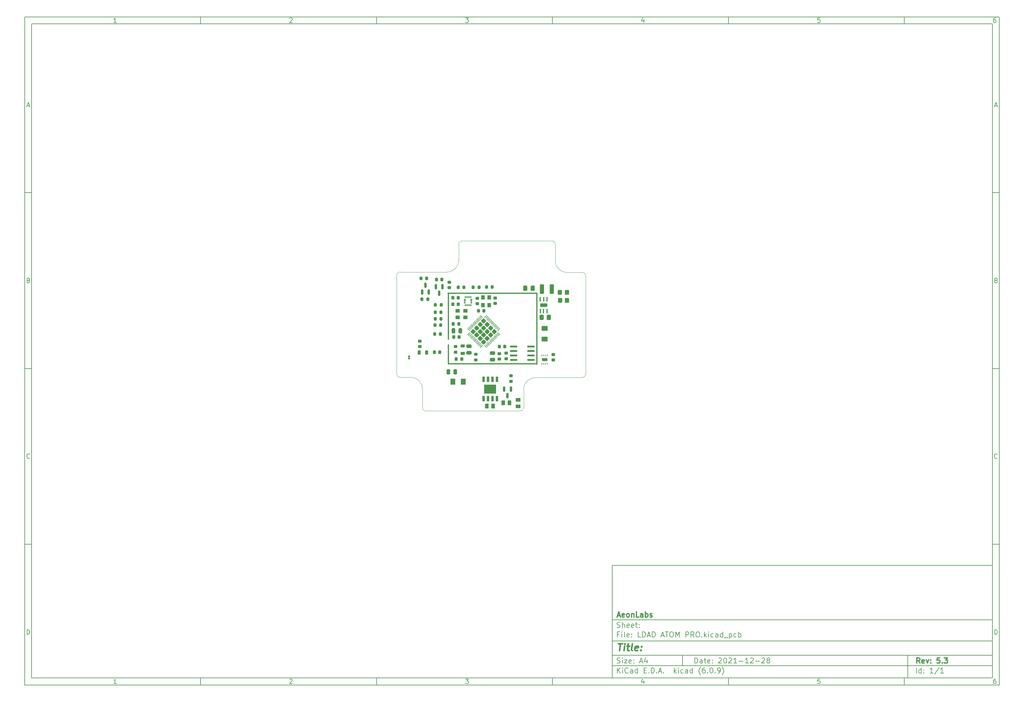
<source format=gbr>
G04 #@! TF.GenerationSoftware,KiCad,Pcbnew,(6.0.9)*
G04 #@! TF.CreationDate,2022-11-30T10:01:03+01:00*
G04 #@! TF.ProjectId,LDAD ATOM PRO,4c444144-2041-4544-9f4d-2050524f2e6b,5.3*
G04 #@! TF.SameCoordinates,Original*
G04 #@! TF.FileFunction,Paste,Top*
G04 #@! TF.FilePolarity,Positive*
%FSLAX46Y46*%
G04 Gerber Fmt 4.6, Leading zero omitted, Abs format (unit mm)*
G04 Created by KiCad (PCBNEW (6.0.9)) date 2022-11-30 10:01:03*
%MOMM*%
%LPD*%
G01*
G04 APERTURE LIST*
G04 Aperture macros list*
%AMRoundRect*
0 Rectangle with rounded corners*
0 $1 Rounding radius*
0 $2 $3 $4 $5 $6 $7 $8 $9 X,Y pos of 4 corners*
0 Add a 4 corners polygon primitive as box body*
4,1,4,$2,$3,$4,$5,$6,$7,$8,$9,$2,$3,0*
0 Add four circle primitives for the rounded corners*
1,1,$1+$1,$2,$3*
1,1,$1+$1,$4,$5*
1,1,$1+$1,$6,$7*
1,1,$1+$1,$8,$9*
0 Add four rect primitives between the rounded corners*
20,1,$1+$1,$2,$3,$4,$5,0*
20,1,$1+$1,$4,$5,$6,$7,0*
20,1,$1+$1,$6,$7,$8,$9,0*
20,1,$1+$1,$8,$9,$2,$3,0*%
%AMFreePoly0*
4,1,6,0.450000,-0.800000,-0.450000,-0.800000,-0.450000,0.530000,-0.180000,0.800000,0.450000,0.800000,0.450000,-0.800000,0.450000,-0.800000,$1*%
G04 Aperture macros list end*
%ADD10C,0.100000*%
%ADD11C,0.150000*%
%ADD12C,0.300000*%
%ADD13C,0.400000*%
G04 #@! TA.AperFunction,Profile*
%ADD14C,0.120000*%
G04 #@! TD*
%ADD15RoundRect,0.225000X-0.250000X0.225000X-0.250000X-0.225000X0.250000X-0.225000X0.250000X0.225000X0*%
%ADD16RoundRect,0.250000X-0.262500X-0.450000X0.262500X-0.450000X0.262500X0.450000X-0.262500X0.450000X0*%
%ADD17RoundRect,0.250000X0.475000X-0.250000X0.475000X0.250000X-0.475000X0.250000X-0.475000X-0.250000X0*%
%ADD18RoundRect,0.250000X0.350000X0.450000X-0.350000X0.450000X-0.350000X-0.450000X0.350000X-0.450000X0*%
%ADD19RoundRect,0.200000X-0.200000X-0.275000X0.200000X-0.275000X0.200000X0.275000X-0.200000X0.275000X0*%
%ADD20R,1.300000X1.000000*%
%ADD21RoundRect,0.225000X0.225000X0.250000X-0.225000X0.250000X-0.225000X-0.250000X0.225000X-0.250000X0*%
%ADD22RoundRect,0.250000X0.000000X-0.445477X0.445477X0.000000X0.000000X0.445477X-0.445477X0.000000X0*%
%ADD23RoundRect,0.050000X-0.238649X-0.309359X0.309359X0.238649X0.238649X0.309359X-0.309359X-0.238649X0*%
%ADD24RoundRect,0.050000X0.238649X-0.309359X0.309359X-0.238649X-0.238649X0.309359X-0.309359X0.238649X0*%
%ADD25RoundRect,0.250001X-0.624999X0.462499X-0.624999X-0.462499X0.624999X-0.462499X0.624999X0.462499X0*%
%ADD26RoundRect,0.200000X0.275000X-0.200000X0.275000X0.200000X-0.275000X0.200000X-0.275000X-0.200000X0*%
%ADD27RoundRect,0.200000X0.200000X0.275000X-0.200000X0.275000X-0.200000X-0.275000X0.200000X-0.275000X0*%
%ADD28RoundRect,0.225000X-0.225000X-0.250000X0.225000X-0.250000X0.225000X0.250000X-0.225000X0.250000X0*%
%ADD29RoundRect,0.225000X0.250000X-0.225000X0.250000X0.225000X-0.250000X0.225000X-0.250000X-0.225000X0*%
%ADD30FreePoly0,90.000000*%
%ADD31R,0.250000X0.550000*%
%ADD32RoundRect,0.250000X-0.450000X0.262500X-0.450000X-0.262500X0.450000X-0.262500X0.450000X0.262500X0*%
%ADD33RoundRect,0.250000X0.337500X0.475000X-0.337500X0.475000X-0.337500X-0.475000X0.337500X-0.475000X0*%
%ADD34RoundRect,0.250000X0.250000X0.475000X-0.250000X0.475000X-0.250000X-0.475000X0.250000X-0.475000X0*%
%ADD35RoundRect,0.250000X-0.375000X-1.075000X0.375000X-1.075000X0.375000X1.075000X-0.375000X1.075000X0*%
%ADD36RoundRect,0.150000X-0.150000X0.587500X-0.150000X-0.587500X0.150000X-0.587500X0.150000X0.587500X0*%
%ADD37RoundRect,0.150000X0.150000X-0.587500X0.150000X0.587500X-0.150000X0.587500X-0.150000X-0.587500X0*%
%ADD38RoundRect,0.218750X0.381250X-0.218750X0.381250X0.218750X-0.381250X0.218750X-0.381250X-0.218750X0*%
%ADD39R,25.500000X0.400000*%
%ADD40RoundRect,0.250000X-0.250000X-0.475000X0.250000X-0.475000X0.250000X0.475000X-0.250000X0.475000X0*%
%ADD41R,0.400000X20.500000*%
%ADD42RoundRect,0.100000X-0.100000X-0.550000X0.100000X-0.550000X0.100000X0.550000X-0.100000X0.550000X0*%
%ADD43RoundRect,0.262500X0.737500X0.262500X-0.737500X0.262500X-0.737500X-0.262500X0.737500X-0.262500X0*%
%ADD44RoundRect,0.100000X0.100000X0.550000X-0.100000X0.550000X-0.100000X-0.550000X0.100000X-0.550000X0*%
%ADD45R,0.700000X1.525000*%
%ADD46R,3.402000X2.513000*%
%ADD47RoundRect,0.218750X-0.218750X-0.381250X0.218750X-0.381250X0.218750X0.381250X-0.218750X0.381250X0*%
%ADD48RoundRect,0.250000X-0.350000X-0.450000X0.350000X-0.450000X0.350000X0.450000X-0.350000X0.450000X0*%
%ADD49R,0.400000X5.700000*%
%ADD50R,0.500000X0.500000*%
%ADD51RoundRect,0.200000X-0.275000X0.200000X-0.275000X-0.200000X0.275000X-0.200000X0.275000X0.200000X0*%
%ADD52R,25.400000X0.400000*%
%ADD53RoundRect,0.250001X0.462499X0.624999X-0.462499X0.624999X-0.462499X-0.624999X0.462499X-0.624999X0*%
%ADD54R,0.400000X13.300000*%
%ADD55RoundRect,0.041300X0.948700X0.253700X-0.948700X0.253700X-0.948700X-0.253700X0.948700X-0.253700X0*%
%ADD56R,0.350000X0.580000*%
%ADD57R,0.580000X0.350000*%
%ADD58R,1.000000X1.300000*%
%ADD59RoundRect,0.250000X0.262500X0.450000X-0.262500X0.450000X-0.262500X-0.450000X0.262500X-0.450000X0*%
G04 APERTURE END LIST*
D10*
D11*
X177002200Y-166007200D02*
X177002200Y-198007200D01*
X285002200Y-198007200D01*
X285002200Y-166007200D01*
X177002200Y-166007200D01*
D10*
D11*
X10000000Y-10000000D02*
X10000000Y-200007200D01*
X287002200Y-200007200D01*
X287002200Y-10000000D01*
X10000000Y-10000000D01*
D10*
D11*
X12000000Y-12000000D02*
X12000000Y-198007200D01*
X285002200Y-198007200D01*
X285002200Y-12000000D01*
X12000000Y-12000000D01*
D10*
D11*
X60000000Y-12000000D02*
X60000000Y-10000000D01*
D10*
D11*
X110000000Y-12000000D02*
X110000000Y-10000000D01*
D10*
D11*
X160000000Y-12000000D02*
X160000000Y-10000000D01*
D10*
D11*
X210000000Y-12000000D02*
X210000000Y-10000000D01*
D10*
D11*
X260000000Y-12000000D02*
X260000000Y-10000000D01*
D10*
D11*
X36065476Y-11588095D02*
X35322619Y-11588095D01*
X35694047Y-11588095D02*
X35694047Y-10288095D01*
X35570238Y-10473809D01*
X35446428Y-10597619D01*
X35322619Y-10659523D01*
D10*
D11*
X85322619Y-10411904D02*
X85384523Y-10350000D01*
X85508333Y-10288095D01*
X85817857Y-10288095D01*
X85941666Y-10350000D01*
X86003571Y-10411904D01*
X86065476Y-10535714D01*
X86065476Y-10659523D01*
X86003571Y-10845238D01*
X85260714Y-11588095D01*
X86065476Y-11588095D01*
D10*
D11*
X135260714Y-10288095D02*
X136065476Y-10288095D01*
X135632142Y-10783333D01*
X135817857Y-10783333D01*
X135941666Y-10845238D01*
X136003571Y-10907142D01*
X136065476Y-11030952D01*
X136065476Y-11340476D01*
X136003571Y-11464285D01*
X135941666Y-11526190D01*
X135817857Y-11588095D01*
X135446428Y-11588095D01*
X135322619Y-11526190D01*
X135260714Y-11464285D01*
D10*
D11*
X185941666Y-10721428D02*
X185941666Y-11588095D01*
X185632142Y-10226190D02*
X185322619Y-11154761D01*
X186127380Y-11154761D01*
D10*
D11*
X236003571Y-10288095D02*
X235384523Y-10288095D01*
X235322619Y-10907142D01*
X235384523Y-10845238D01*
X235508333Y-10783333D01*
X235817857Y-10783333D01*
X235941666Y-10845238D01*
X236003571Y-10907142D01*
X236065476Y-11030952D01*
X236065476Y-11340476D01*
X236003571Y-11464285D01*
X235941666Y-11526190D01*
X235817857Y-11588095D01*
X235508333Y-11588095D01*
X235384523Y-11526190D01*
X235322619Y-11464285D01*
D10*
D11*
X285941666Y-10288095D02*
X285694047Y-10288095D01*
X285570238Y-10350000D01*
X285508333Y-10411904D01*
X285384523Y-10597619D01*
X285322619Y-10845238D01*
X285322619Y-11340476D01*
X285384523Y-11464285D01*
X285446428Y-11526190D01*
X285570238Y-11588095D01*
X285817857Y-11588095D01*
X285941666Y-11526190D01*
X286003571Y-11464285D01*
X286065476Y-11340476D01*
X286065476Y-11030952D01*
X286003571Y-10907142D01*
X285941666Y-10845238D01*
X285817857Y-10783333D01*
X285570238Y-10783333D01*
X285446428Y-10845238D01*
X285384523Y-10907142D01*
X285322619Y-11030952D01*
D10*
D11*
X60000000Y-198007200D02*
X60000000Y-200007200D01*
D10*
D11*
X110000000Y-198007200D02*
X110000000Y-200007200D01*
D10*
D11*
X160000000Y-198007200D02*
X160000000Y-200007200D01*
D10*
D11*
X210000000Y-198007200D02*
X210000000Y-200007200D01*
D10*
D11*
X260000000Y-198007200D02*
X260000000Y-200007200D01*
D10*
D11*
X36065476Y-199595295D02*
X35322619Y-199595295D01*
X35694047Y-199595295D02*
X35694047Y-198295295D01*
X35570238Y-198481009D01*
X35446428Y-198604819D01*
X35322619Y-198666723D01*
D10*
D11*
X85322619Y-198419104D02*
X85384523Y-198357200D01*
X85508333Y-198295295D01*
X85817857Y-198295295D01*
X85941666Y-198357200D01*
X86003571Y-198419104D01*
X86065476Y-198542914D01*
X86065476Y-198666723D01*
X86003571Y-198852438D01*
X85260714Y-199595295D01*
X86065476Y-199595295D01*
D10*
D11*
X135260714Y-198295295D02*
X136065476Y-198295295D01*
X135632142Y-198790533D01*
X135817857Y-198790533D01*
X135941666Y-198852438D01*
X136003571Y-198914342D01*
X136065476Y-199038152D01*
X136065476Y-199347676D01*
X136003571Y-199471485D01*
X135941666Y-199533390D01*
X135817857Y-199595295D01*
X135446428Y-199595295D01*
X135322619Y-199533390D01*
X135260714Y-199471485D01*
D10*
D11*
X185941666Y-198728628D02*
X185941666Y-199595295D01*
X185632142Y-198233390D02*
X185322619Y-199161961D01*
X186127380Y-199161961D01*
D10*
D11*
X236003571Y-198295295D02*
X235384523Y-198295295D01*
X235322619Y-198914342D01*
X235384523Y-198852438D01*
X235508333Y-198790533D01*
X235817857Y-198790533D01*
X235941666Y-198852438D01*
X236003571Y-198914342D01*
X236065476Y-199038152D01*
X236065476Y-199347676D01*
X236003571Y-199471485D01*
X235941666Y-199533390D01*
X235817857Y-199595295D01*
X235508333Y-199595295D01*
X235384523Y-199533390D01*
X235322619Y-199471485D01*
D10*
D11*
X285941666Y-198295295D02*
X285694047Y-198295295D01*
X285570238Y-198357200D01*
X285508333Y-198419104D01*
X285384523Y-198604819D01*
X285322619Y-198852438D01*
X285322619Y-199347676D01*
X285384523Y-199471485D01*
X285446428Y-199533390D01*
X285570238Y-199595295D01*
X285817857Y-199595295D01*
X285941666Y-199533390D01*
X286003571Y-199471485D01*
X286065476Y-199347676D01*
X286065476Y-199038152D01*
X286003571Y-198914342D01*
X285941666Y-198852438D01*
X285817857Y-198790533D01*
X285570238Y-198790533D01*
X285446428Y-198852438D01*
X285384523Y-198914342D01*
X285322619Y-199038152D01*
D10*
D11*
X10000000Y-60000000D02*
X12000000Y-60000000D01*
D10*
D11*
X10000000Y-110000000D02*
X12000000Y-110000000D01*
D10*
D11*
X10000000Y-160000000D02*
X12000000Y-160000000D01*
D10*
D11*
X10690476Y-35216666D02*
X11309523Y-35216666D01*
X10566666Y-35588095D02*
X11000000Y-34288095D01*
X11433333Y-35588095D01*
D10*
D11*
X11092857Y-84907142D02*
X11278571Y-84969047D01*
X11340476Y-85030952D01*
X11402380Y-85154761D01*
X11402380Y-85340476D01*
X11340476Y-85464285D01*
X11278571Y-85526190D01*
X11154761Y-85588095D01*
X10659523Y-85588095D01*
X10659523Y-84288095D01*
X11092857Y-84288095D01*
X11216666Y-84350000D01*
X11278571Y-84411904D01*
X11340476Y-84535714D01*
X11340476Y-84659523D01*
X11278571Y-84783333D01*
X11216666Y-84845238D01*
X11092857Y-84907142D01*
X10659523Y-84907142D01*
D10*
D11*
X11402380Y-135464285D02*
X11340476Y-135526190D01*
X11154761Y-135588095D01*
X11030952Y-135588095D01*
X10845238Y-135526190D01*
X10721428Y-135402380D01*
X10659523Y-135278571D01*
X10597619Y-135030952D01*
X10597619Y-134845238D01*
X10659523Y-134597619D01*
X10721428Y-134473809D01*
X10845238Y-134350000D01*
X11030952Y-134288095D01*
X11154761Y-134288095D01*
X11340476Y-134350000D01*
X11402380Y-134411904D01*
D10*
D11*
X10659523Y-185588095D02*
X10659523Y-184288095D01*
X10969047Y-184288095D01*
X11154761Y-184350000D01*
X11278571Y-184473809D01*
X11340476Y-184597619D01*
X11402380Y-184845238D01*
X11402380Y-185030952D01*
X11340476Y-185278571D01*
X11278571Y-185402380D01*
X11154761Y-185526190D01*
X10969047Y-185588095D01*
X10659523Y-185588095D01*
D10*
D11*
X287002200Y-60000000D02*
X285002200Y-60000000D01*
D10*
D11*
X287002200Y-110000000D02*
X285002200Y-110000000D01*
D10*
D11*
X287002200Y-160000000D02*
X285002200Y-160000000D01*
D10*
D11*
X285692676Y-35216666D02*
X286311723Y-35216666D01*
X285568866Y-35588095D02*
X286002200Y-34288095D01*
X286435533Y-35588095D01*
D10*
D11*
X286095057Y-84907142D02*
X286280771Y-84969047D01*
X286342676Y-85030952D01*
X286404580Y-85154761D01*
X286404580Y-85340476D01*
X286342676Y-85464285D01*
X286280771Y-85526190D01*
X286156961Y-85588095D01*
X285661723Y-85588095D01*
X285661723Y-84288095D01*
X286095057Y-84288095D01*
X286218866Y-84350000D01*
X286280771Y-84411904D01*
X286342676Y-84535714D01*
X286342676Y-84659523D01*
X286280771Y-84783333D01*
X286218866Y-84845238D01*
X286095057Y-84907142D01*
X285661723Y-84907142D01*
D10*
D11*
X286404580Y-135464285D02*
X286342676Y-135526190D01*
X286156961Y-135588095D01*
X286033152Y-135588095D01*
X285847438Y-135526190D01*
X285723628Y-135402380D01*
X285661723Y-135278571D01*
X285599819Y-135030952D01*
X285599819Y-134845238D01*
X285661723Y-134597619D01*
X285723628Y-134473809D01*
X285847438Y-134350000D01*
X286033152Y-134288095D01*
X286156961Y-134288095D01*
X286342676Y-134350000D01*
X286404580Y-134411904D01*
D10*
D11*
X285661723Y-185588095D02*
X285661723Y-184288095D01*
X285971247Y-184288095D01*
X286156961Y-184350000D01*
X286280771Y-184473809D01*
X286342676Y-184597619D01*
X286404580Y-184845238D01*
X286404580Y-185030952D01*
X286342676Y-185278571D01*
X286280771Y-185402380D01*
X286156961Y-185526190D01*
X285971247Y-185588095D01*
X285661723Y-185588095D01*
D10*
D11*
X200434342Y-193785771D02*
X200434342Y-192285771D01*
X200791485Y-192285771D01*
X201005771Y-192357200D01*
X201148628Y-192500057D01*
X201220057Y-192642914D01*
X201291485Y-192928628D01*
X201291485Y-193142914D01*
X201220057Y-193428628D01*
X201148628Y-193571485D01*
X201005771Y-193714342D01*
X200791485Y-193785771D01*
X200434342Y-193785771D01*
X202577200Y-193785771D02*
X202577200Y-193000057D01*
X202505771Y-192857200D01*
X202362914Y-192785771D01*
X202077200Y-192785771D01*
X201934342Y-192857200D01*
X202577200Y-193714342D02*
X202434342Y-193785771D01*
X202077200Y-193785771D01*
X201934342Y-193714342D01*
X201862914Y-193571485D01*
X201862914Y-193428628D01*
X201934342Y-193285771D01*
X202077200Y-193214342D01*
X202434342Y-193214342D01*
X202577200Y-193142914D01*
X203077200Y-192785771D02*
X203648628Y-192785771D01*
X203291485Y-192285771D02*
X203291485Y-193571485D01*
X203362914Y-193714342D01*
X203505771Y-193785771D01*
X203648628Y-193785771D01*
X204720057Y-193714342D02*
X204577200Y-193785771D01*
X204291485Y-193785771D01*
X204148628Y-193714342D01*
X204077200Y-193571485D01*
X204077200Y-193000057D01*
X204148628Y-192857200D01*
X204291485Y-192785771D01*
X204577200Y-192785771D01*
X204720057Y-192857200D01*
X204791485Y-193000057D01*
X204791485Y-193142914D01*
X204077200Y-193285771D01*
X205434342Y-193642914D02*
X205505771Y-193714342D01*
X205434342Y-193785771D01*
X205362914Y-193714342D01*
X205434342Y-193642914D01*
X205434342Y-193785771D01*
X205434342Y-192857200D02*
X205505771Y-192928628D01*
X205434342Y-193000057D01*
X205362914Y-192928628D01*
X205434342Y-192857200D01*
X205434342Y-193000057D01*
X207220057Y-192428628D02*
X207291485Y-192357200D01*
X207434342Y-192285771D01*
X207791485Y-192285771D01*
X207934342Y-192357200D01*
X208005771Y-192428628D01*
X208077200Y-192571485D01*
X208077200Y-192714342D01*
X208005771Y-192928628D01*
X207148628Y-193785771D01*
X208077200Y-193785771D01*
X209005771Y-192285771D02*
X209148628Y-192285771D01*
X209291485Y-192357200D01*
X209362914Y-192428628D01*
X209434342Y-192571485D01*
X209505771Y-192857200D01*
X209505771Y-193214342D01*
X209434342Y-193500057D01*
X209362914Y-193642914D01*
X209291485Y-193714342D01*
X209148628Y-193785771D01*
X209005771Y-193785771D01*
X208862914Y-193714342D01*
X208791485Y-193642914D01*
X208720057Y-193500057D01*
X208648628Y-193214342D01*
X208648628Y-192857200D01*
X208720057Y-192571485D01*
X208791485Y-192428628D01*
X208862914Y-192357200D01*
X209005771Y-192285771D01*
X210077200Y-192428628D02*
X210148628Y-192357200D01*
X210291485Y-192285771D01*
X210648628Y-192285771D01*
X210791485Y-192357200D01*
X210862914Y-192428628D01*
X210934342Y-192571485D01*
X210934342Y-192714342D01*
X210862914Y-192928628D01*
X210005771Y-193785771D01*
X210934342Y-193785771D01*
X212362914Y-193785771D02*
X211505771Y-193785771D01*
X211934342Y-193785771D02*
X211934342Y-192285771D01*
X211791485Y-192500057D01*
X211648628Y-192642914D01*
X211505771Y-192714342D01*
X213005771Y-193214342D02*
X214148628Y-193214342D01*
X215648628Y-193785771D02*
X214791485Y-193785771D01*
X215220057Y-193785771D02*
X215220057Y-192285771D01*
X215077200Y-192500057D01*
X214934342Y-192642914D01*
X214791485Y-192714342D01*
X216220057Y-192428628D02*
X216291485Y-192357200D01*
X216434342Y-192285771D01*
X216791485Y-192285771D01*
X216934342Y-192357200D01*
X217005771Y-192428628D01*
X217077200Y-192571485D01*
X217077200Y-192714342D01*
X217005771Y-192928628D01*
X216148628Y-193785771D01*
X217077200Y-193785771D01*
X217720057Y-193214342D02*
X218862914Y-193214342D01*
X219505771Y-192428628D02*
X219577200Y-192357200D01*
X219720057Y-192285771D01*
X220077200Y-192285771D01*
X220220057Y-192357200D01*
X220291485Y-192428628D01*
X220362914Y-192571485D01*
X220362914Y-192714342D01*
X220291485Y-192928628D01*
X219434342Y-193785771D01*
X220362914Y-193785771D01*
X221220057Y-192928628D02*
X221077200Y-192857200D01*
X221005771Y-192785771D01*
X220934342Y-192642914D01*
X220934342Y-192571485D01*
X221005771Y-192428628D01*
X221077200Y-192357200D01*
X221220057Y-192285771D01*
X221505771Y-192285771D01*
X221648628Y-192357200D01*
X221720057Y-192428628D01*
X221791485Y-192571485D01*
X221791485Y-192642914D01*
X221720057Y-192785771D01*
X221648628Y-192857200D01*
X221505771Y-192928628D01*
X221220057Y-192928628D01*
X221077200Y-193000057D01*
X221005771Y-193071485D01*
X220934342Y-193214342D01*
X220934342Y-193500057D01*
X221005771Y-193642914D01*
X221077200Y-193714342D01*
X221220057Y-193785771D01*
X221505771Y-193785771D01*
X221648628Y-193714342D01*
X221720057Y-193642914D01*
X221791485Y-193500057D01*
X221791485Y-193214342D01*
X221720057Y-193071485D01*
X221648628Y-193000057D01*
X221505771Y-192928628D01*
D10*
D11*
X177002200Y-194507200D02*
X285002200Y-194507200D01*
D10*
D11*
X178434342Y-196585771D02*
X178434342Y-195085771D01*
X179291485Y-196585771D02*
X178648628Y-195728628D01*
X179291485Y-195085771D02*
X178434342Y-195942914D01*
X179934342Y-196585771D02*
X179934342Y-195585771D01*
X179934342Y-195085771D02*
X179862914Y-195157200D01*
X179934342Y-195228628D01*
X180005771Y-195157200D01*
X179934342Y-195085771D01*
X179934342Y-195228628D01*
X181505771Y-196442914D02*
X181434342Y-196514342D01*
X181220057Y-196585771D01*
X181077200Y-196585771D01*
X180862914Y-196514342D01*
X180720057Y-196371485D01*
X180648628Y-196228628D01*
X180577200Y-195942914D01*
X180577200Y-195728628D01*
X180648628Y-195442914D01*
X180720057Y-195300057D01*
X180862914Y-195157200D01*
X181077200Y-195085771D01*
X181220057Y-195085771D01*
X181434342Y-195157200D01*
X181505771Y-195228628D01*
X182791485Y-196585771D02*
X182791485Y-195800057D01*
X182720057Y-195657200D01*
X182577200Y-195585771D01*
X182291485Y-195585771D01*
X182148628Y-195657200D01*
X182791485Y-196514342D02*
X182648628Y-196585771D01*
X182291485Y-196585771D01*
X182148628Y-196514342D01*
X182077200Y-196371485D01*
X182077200Y-196228628D01*
X182148628Y-196085771D01*
X182291485Y-196014342D01*
X182648628Y-196014342D01*
X182791485Y-195942914D01*
X184148628Y-196585771D02*
X184148628Y-195085771D01*
X184148628Y-196514342D02*
X184005771Y-196585771D01*
X183720057Y-196585771D01*
X183577200Y-196514342D01*
X183505771Y-196442914D01*
X183434342Y-196300057D01*
X183434342Y-195871485D01*
X183505771Y-195728628D01*
X183577200Y-195657200D01*
X183720057Y-195585771D01*
X184005771Y-195585771D01*
X184148628Y-195657200D01*
X186005771Y-195800057D02*
X186505771Y-195800057D01*
X186720057Y-196585771D02*
X186005771Y-196585771D01*
X186005771Y-195085771D01*
X186720057Y-195085771D01*
X187362914Y-196442914D02*
X187434342Y-196514342D01*
X187362914Y-196585771D01*
X187291485Y-196514342D01*
X187362914Y-196442914D01*
X187362914Y-196585771D01*
X188077200Y-196585771D02*
X188077200Y-195085771D01*
X188434342Y-195085771D01*
X188648628Y-195157200D01*
X188791485Y-195300057D01*
X188862914Y-195442914D01*
X188934342Y-195728628D01*
X188934342Y-195942914D01*
X188862914Y-196228628D01*
X188791485Y-196371485D01*
X188648628Y-196514342D01*
X188434342Y-196585771D01*
X188077200Y-196585771D01*
X189577200Y-196442914D02*
X189648628Y-196514342D01*
X189577200Y-196585771D01*
X189505771Y-196514342D01*
X189577200Y-196442914D01*
X189577200Y-196585771D01*
X190220057Y-196157200D02*
X190934342Y-196157200D01*
X190077200Y-196585771D02*
X190577200Y-195085771D01*
X191077200Y-196585771D01*
X191577200Y-196442914D02*
X191648628Y-196514342D01*
X191577200Y-196585771D01*
X191505771Y-196514342D01*
X191577200Y-196442914D01*
X191577200Y-196585771D01*
X194577200Y-196585771D02*
X194577200Y-195085771D01*
X194720057Y-196014342D02*
X195148628Y-196585771D01*
X195148628Y-195585771D02*
X194577200Y-196157200D01*
X195791485Y-196585771D02*
X195791485Y-195585771D01*
X195791485Y-195085771D02*
X195720057Y-195157200D01*
X195791485Y-195228628D01*
X195862914Y-195157200D01*
X195791485Y-195085771D01*
X195791485Y-195228628D01*
X197148628Y-196514342D02*
X197005771Y-196585771D01*
X196720057Y-196585771D01*
X196577200Y-196514342D01*
X196505771Y-196442914D01*
X196434342Y-196300057D01*
X196434342Y-195871485D01*
X196505771Y-195728628D01*
X196577200Y-195657200D01*
X196720057Y-195585771D01*
X197005771Y-195585771D01*
X197148628Y-195657200D01*
X198434342Y-196585771D02*
X198434342Y-195800057D01*
X198362914Y-195657200D01*
X198220057Y-195585771D01*
X197934342Y-195585771D01*
X197791485Y-195657200D01*
X198434342Y-196514342D02*
X198291485Y-196585771D01*
X197934342Y-196585771D01*
X197791485Y-196514342D01*
X197720057Y-196371485D01*
X197720057Y-196228628D01*
X197791485Y-196085771D01*
X197934342Y-196014342D01*
X198291485Y-196014342D01*
X198434342Y-195942914D01*
X199791485Y-196585771D02*
X199791485Y-195085771D01*
X199791485Y-196514342D02*
X199648628Y-196585771D01*
X199362914Y-196585771D01*
X199220057Y-196514342D01*
X199148628Y-196442914D01*
X199077200Y-196300057D01*
X199077200Y-195871485D01*
X199148628Y-195728628D01*
X199220057Y-195657200D01*
X199362914Y-195585771D01*
X199648628Y-195585771D01*
X199791485Y-195657200D01*
X202077200Y-197157200D02*
X202005771Y-197085771D01*
X201862914Y-196871485D01*
X201791485Y-196728628D01*
X201720057Y-196514342D01*
X201648628Y-196157200D01*
X201648628Y-195871485D01*
X201720057Y-195514342D01*
X201791485Y-195300057D01*
X201862914Y-195157200D01*
X202005771Y-194942914D01*
X202077200Y-194871485D01*
X203291485Y-195085771D02*
X203005771Y-195085771D01*
X202862914Y-195157200D01*
X202791485Y-195228628D01*
X202648628Y-195442914D01*
X202577200Y-195728628D01*
X202577200Y-196300057D01*
X202648628Y-196442914D01*
X202720057Y-196514342D01*
X202862914Y-196585771D01*
X203148628Y-196585771D01*
X203291485Y-196514342D01*
X203362914Y-196442914D01*
X203434342Y-196300057D01*
X203434342Y-195942914D01*
X203362914Y-195800057D01*
X203291485Y-195728628D01*
X203148628Y-195657200D01*
X202862914Y-195657200D01*
X202720057Y-195728628D01*
X202648628Y-195800057D01*
X202577200Y-195942914D01*
X204077200Y-196442914D02*
X204148628Y-196514342D01*
X204077200Y-196585771D01*
X204005771Y-196514342D01*
X204077200Y-196442914D01*
X204077200Y-196585771D01*
X205077200Y-195085771D02*
X205220057Y-195085771D01*
X205362914Y-195157200D01*
X205434342Y-195228628D01*
X205505771Y-195371485D01*
X205577200Y-195657200D01*
X205577200Y-196014342D01*
X205505771Y-196300057D01*
X205434342Y-196442914D01*
X205362914Y-196514342D01*
X205220057Y-196585771D01*
X205077200Y-196585771D01*
X204934342Y-196514342D01*
X204862914Y-196442914D01*
X204791485Y-196300057D01*
X204720057Y-196014342D01*
X204720057Y-195657200D01*
X204791485Y-195371485D01*
X204862914Y-195228628D01*
X204934342Y-195157200D01*
X205077200Y-195085771D01*
X206220057Y-196442914D02*
X206291485Y-196514342D01*
X206220057Y-196585771D01*
X206148628Y-196514342D01*
X206220057Y-196442914D01*
X206220057Y-196585771D01*
X207005771Y-196585771D02*
X207291485Y-196585771D01*
X207434342Y-196514342D01*
X207505771Y-196442914D01*
X207648628Y-196228628D01*
X207720057Y-195942914D01*
X207720057Y-195371485D01*
X207648628Y-195228628D01*
X207577200Y-195157200D01*
X207434342Y-195085771D01*
X207148628Y-195085771D01*
X207005771Y-195157200D01*
X206934342Y-195228628D01*
X206862914Y-195371485D01*
X206862914Y-195728628D01*
X206934342Y-195871485D01*
X207005771Y-195942914D01*
X207148628Y-196014342D01*
X207434342Y-196014342D01*
X207577200Y-195942914D01*
X207648628Y-195871485D01*
X207720057Y-195728628D01*
X208220057Y-197157200D02*
X208291485Y-197085771D01*
X208434342Y-196871485D01*
X208505771Y-196728628D01*
X208577200Y-196514342D01*
X208648628Y-196157200D01*
X208648628Y-195871485D01*
X208577200Y-195514342D01*
X208505771Y-195300057D01*
X208434342Y-195157200D01*
X208291485Y-194942914D01*
X208220057Y-194871485D01*
D10*
D11*
X177002200Y-191507200D02*
X285002200Y-191507200D01*
D10*
D12*
X264411485Y-193785771D02*
X263911485Y-193071485D01*
X263554342Y-193785771D02*
X263554342Y-192285771D01*
X264125771Y-192285771D01*
X264268628Y-192357200D01*
X264340057Y-192428628D01*
X264411485Y-192571485D01*
X264411485Y-192785771D01*
X264340057Y-192928628D01*
X264268628Y-193000057D01*
X264125771Y-193071485D01*
X263554342Y-193071485D01*
X265625771Y-193714342D02*
X265482914Y-193785771D01*
X265197200Y-193785771D01*
X265054342Y-193714342D01*
X264982914Y-193571485D01*
X264982914Y-193000057D01*
X265054342Y-192857200D01*
X265197200Y-192785771D01*
X265482914Y-192785771D01*
X265625771Y-192857200D01*
X265697200Y-193000057D01*
X265697200Y-193142914D01*
X264982914Y-193285771D01*
X266197200Y-192785771D02*
X266554342Y-193785771D01*
X266911485Y-192785771D01*
X267482914Y-193642914D02*
X267554342Y-193714342D01*
X267482914Y-193785771D01*
X267411485Y-193714342D01*
X267482914Y-193642914D01*
X267482914Y-193785771D01*
X267482914Y-192857200D02*
X267554342Y-192928628D01*
X267482914Y-193000057D01*
X267411485Y-192928628D01*
X267482914Y-192857200D01*
X267482914Y-193000057D01*
X270054342Y-192285771D02*
X269340057Y-192285771D01*
X269268628Y-193000057D01*
X269340057Y-192928628D01*
X269482914Y-192857200D01*
X269840057Y-192857200D01*
X269982914Y-192928628D01*
X270054342Y-193000057D01*
X270125771Y-193142914D01*
X270125771Y-193500057D01*
X270054342Y-193642914D01*
X269982914Y-193714342D01*
X269840057Y-193785771D01*
X269482914Y-193785771D01*
X269340057Y-193714342D01*
X269268628Y-193642914D01*
X270768628Y-193642914D02*
X270840057Y-193714342D01*
X270768628Y-193785771D01*
X270697200Y-193714342D01*
X270768628Y-193642914D01*
X270768628Y-193785771D01*
X271340057Y-192285771D02*
X272268628Y-192285771D01*
X271768628Y-192857200D01*
X271982914Y-192857200D01*
X272125771Y-192928628D01*
X272197200Y-193000057D01*
X272268628Y-193142914D01*
X272268628Y-193500057D01*
X272197200Y-193642914D01*
X272125771Y-193714342D01*
X271982914Y-193785771D01*
X271554342Y-193785771D01*
X271411485Y-193714342D01*
X271340057Y-193642914D01*
D10*
D11*
X178362914Y-193714342D02*
X178577200Y-193785771D01*
X178934342Y-193785771D01*
X179077200Y-193714342D01*
X179148628Y-193642914D01*
X179220057Y-193500057D01*
X179220057Y-193357200D01*
X179148628Y-193214342D01*
X179077200Y-193142914D01*
X178934342Y-193071485D01*
X178648628Y-193000057D01*
X178505771Y-192928628D01*
X178434342Y-192857200D01*
X178362914Y-192714342D01*
X178362914Y-192571485D01*
X178434342Y-192428628D01*
X178505771Y-192357200D01*
X178648628Y-192285771D01*
X179005771Y-192285771D01*
X179220057Y-192357200D01*
X179862914Y-193785771D02*
X179862914Y-192785771D01*
X179862914Y-192285771D02*
X179791485Y-192357200D01*
X179862914Y-192428628D01*
X179934342Y-192357200D01*
X179862914Y-192285771D01*
X179862914Y-192428628D01*
X180434342Y-192785771D02*
X181220057Y-192785771D01*
X180434342Y-193785771D01*
X181220057Y-193785771D01*
X182362914Y-193714342D02*
X182220057Y-193785771D01*
X181934342Y-193785771D01*
X181791485Y-193714342D01*
X181720057Y-193571485D01*
X181720057Y-193000057D01*
X181791485Y-192857200D01*
X181934342Y-192785771D01*
X182220057Y-192785771D01*
X182362914Y-192857200D01*
X182434342Y-193000057D01*
X182434342Y-193142914D01*
X181720057Y-193285771D01*
X183077200Y-193642914D02*
X183148628Y-193714342D01*
X183077200Y-193785771D01*
X183005771Y-193714342D01*
X183077200Y-193642914D01*
X183077200Y-193785771D01*
X183077200Y-192857200D02*
X183148628Y-192928628D01*
X183077200Y-193000057D01*
X183005771Y-192928628D01*
X183077200Y-192857200D01*
X183077200Y-193000057D01*
X184862914Y-193357200D02*
X185577200Y-193357200D01*
X184720057Y-193785771D02*
X185220057Y-192285771D01*
X185720057Y-193785771D01*
X186862914Y-192785771D02*
X186862914Y-193785771D01*
X186505771Y-192214342D02*
X186148628Y-193285771D01*
X187077200Y-193285771D01*
D10*
D11*
X263434342Y-196585771D02*
X263434342Y-195085771D01*
X264791485Y-196585771D02*
X264791485Y-195085771D01*
X264791485Y-196514342D02*
X264648628Y-196585771D01*
X264362914Y-196585771D01*
X264220057Y-196514342D01*
X264148628Y-196442914D01*
X264077200Y-196300057D01*
X264077200Y-195871485D01*
X264148628Y-195728628D01*
X264220057Y-195657200D01*
X264362914Y-195585771D01*
X264648628Y-195585771D01*
X264791485Y-195657200D01*
X265505771Y-196442914D02*
X265577200Y-196514342D01*
X265505771Y-196585771D01*
X265434342Y-196514342D01*
X265505771Y-196442914D01*
X265505771Y-196585771D01*
X265505771Y-195657200D02*
X265577200Y-195728628D01*
X265505771Y-195800057D01*
X265434342Y-195728628D01*
X265505771Y-195657200D01*
X265505771Y-195800057D01*
X268148628Y-196585771D02*
X267291485Y-196585771D01*
X267720057Y-196585771D02*
X267720057Y-195085771D01*
X267577200Y-195300057D01*
X267434342Y-195442914D01*
X267291485Y-195514342D01*
X269862914Y-195014342D02*
X268577200Y-196942914D01*
X271148628Y-196585771D02*
X270291485Y-196585771D01*
X270720057Y-196585771D02*
X270720057Y-195085771D01*
X270577200Y-195300057D01*
X270434342Y-195442914D01*
X270291485Y-195514342D01*
D10*
D11*
X177002200Y-187507200D02*
X285002200Y-187507200D01*
D10*
D13*
X178714580Y-188211961D02*
X179857438Y-188211961D01*
X179036009Y-190211961D02*
X179286009Y-188211961D01*
X180274104Y-190211961D02*
X180440771Y-188878628D01*
X180524104Y-188211961D02*
X180416961Y-188307200D01*
X180500295Y-188402438D01*
X180607438Y-188307200D01*
X180524104Y-188211961D01*
X180500295Y-188402438D01*
X181107438Y-188878628D02*
X181869342Y-188878628D01*
X181476485Y-188211961D02*
X181262200Y-189926247D01*
X181333628Y-190116723D01*
X181512200Y-190211961D01*
X181702676Y-190211961D01*
X182655057Y-190211961D02*
X182476485Y-190116723D01*
X182405057Y-189926247D01*
X182619342Y-188211961D01*
X184190771Y-190116723D02*
X183988390Y-190211961D01*
X183607438Y-190211961D01*
X183428866Y-190116723D01*
X183357438Y-189926247D01*
X183452676Y-189164342D01*
X183571723Y-188973866D01*
X183774104Y-188878628D01*
X184155057Y-188878628D01*
X184333628Y-188973866D01*
X184405057Y-189164342D01*
X184381247Y-189354819D01*
X183405057Y-189545295D01*
X185155057Y-190021485D02*
X185238390Y-190116723D01*
X185131247Y-190211961D01*
X185047914Y-190116723D01*
X185155057Y-190021485D01*
X185131247Y-190211961D01*
X185286009Y-188973866D02*
X185369342Y-189069104D01*
X185262200Y-189164342D01*
X185178866Y-189069104D01*
X185286009Y-188973866D01*
X185262200Y-189164342D01*
D10*
D11*
X178934342Y-185600057D02*
X178434342Y-185600057D01*
X178434342Y-186385771D02*
X178434342Y-184885771D01*
X179148628Y-184885771D01*
X179720057Y-186385771D02*
X179720057Y-185385771D01*
X179720057Y-184885771D02*
X179648628Y-184957200D01*
X179720057Y-185028628D01*
X179791485Y-184957200D01*
X179720057Y-184885771D01*
X179720057Y-185028628D01*
X180648628Y-186385771D02*
X180505771Y-186314342D01*
X180434342Y-186171485D01*
X180434342Y-184885771D01*
X181791485Y-186314342D02*
X181648628Y-186385771D01*
X181362914Y-186385771D01*
X181220057Y-186314342D01*
X181148628Y-186171485D01*
X181148628Y-185600057D01*
X181220057Y-185457200D01*
X181362914Y-185385771D01*
X181648628Y-185385771D01*
X181791485Y-185457200D01*
X181862914Y-185600057D01*
X181862914Y-185742914D01*
X181148628Y-185885771D01*
X182505771Y-186242914D02*
X182577200Y-186314342D01*
X182505771Y-186385771D01*
X182434342Y-186314342D01*
X182505771Y-186242914D01*
X182505771Y-186385771D01*
X182505771Y-185457200D02*
X182577200Y-185528628D01*
X182505771Y-185600057D01*
X182434342Y-185528628D01*
X182505771Y-185457200D01*
X182505771Y-185600057D01*
X185077200Y-186385771D02*
X184362914Y-186385771D01*
X184362914Y-184885771D01*
X185577200Y-186385771D02*
X185577200Y-184885771D01*
X185934342Y-184885771D01*
X186148628Y-184957200D01*
X186291485Y-185100057D01*
X186362914Y-185242914D01*
X186434342Y-185528628D01*
X186434342Y-185742914D01*
X186362914Y-186028628D01*
X186291485Y-186171485D01*
X186148628Y-186314342D01*
X185934342Y-186385771D01*
X185577200Y-186385771D01*
X187005771Y-185957200D02*
X187720057Y-185957200D01*
X186862914Y-186385771D02*
X187362914Y-184885771D01*
X187862914Y-186385771D01*
X188362914Y-186385771D02*
X188362914Y-184885771D01*
X188720057Y-184885771D01*
X188934342Y-184957200D01*
X189077200Y-185100057D01*
X189148628Y-185242914D01*
X189220057Y-185528628D01*
X189220057Y-185742914D01*
X189148628Y-186028628D01*
X189077200Y-186171485D01*
X188934342Y-186314342D01*
X188720057Y-186385771D01*
X188362914Y-186385771D01*
X190934342Y-185957200D02*
X191648628Y-185957200D01*
X190791485Y-186385771D02*
X191291485Y-184885771D01*
X191791485Y-186385771D01*
X192077200Y-184885771D02*
X192934342Y-184885771D01*
X192505771Y-186385771D02*
X192505771Y-184885771D01*
X193720057Y-184885771D02*
X194005771Y-184885771D01*
X194148628Y-184957200D01*
X194291485Y-185100057D01*
X194362914Y-185385771D01*
X194362914Y-185885771D01*
X194291485Y-186171485D01*
X194148628Y-186314342D01*
X194005771Y-186385771D01*
X193720057Y-186385771D01*
X193577200Y-186314342D01*
X193434342Y-186171485D01*
X193362914Y-185885771D01*
X193362914Y-185385771D01*
X193434342Y-185100057D01*
X193577200Y-184957200D01*
X193720057Y-184885771D01*
X195005771Y-186385771D02*
X195005771Y-184885771D01*
X195505771Y-185957200D01*
X196005771Y-184885771D01*
X196005771Y-186385771D01*
X197862914Y-186385771D02*
X197862914Y-184885771D01*
X198434342Y-184885771D01*
X198577200Y-184957200D01*
X198648628Y-185028628D01*
X198720057Y-185171485D01*
X198720057Y-185385771D01*
X198648628Y-185528628D01*
X198577200Y-185600057D01*
X198434342Y-185671485D01*
X197862914Y-185671485D01*
X200220057Y-186385771D02*
X199720057Y-185671485D01*
X199362914Y-186385771D02*
X199362914Y-184885771D01*
X199934342Y-184885771D01*
X200077200Y-184957200D01*
X200148628Y-185028628D01*
X200220057Y-185171485D01*
X200220057Y-185385771D01*
X200148628Y-185528628D01*
X200077200Y-185600057D01*
X199934342Y-185671485D01*
X199362914Y-185671485D01*
X201148628Y-184885771D02*
X201434342Y-184885771D01*
X201577200Y-184957200D01*
X201720057Y-185100057D01*
X201791485Y-185385771D01*
X201791485Y-185885771D01*
X201720057Y-186171485D01*
X201577200Y-186314342D01*
X201434342Y-186385771D01*
X201148628Y-186385771D01*
X201005771Y-186314342D01*
X200862914Y-186171485D01*
X200791485Y-185885771D01*
X200791485Y-185385771D01*
X200862914Y-185100057D01*
X201005771Y-184957200D01*
X201148628Y-184885771D01*
X202434342Y-186242914D02*
X202505771Y-186314342D01*
X202434342Y-186385771D01*
X202362914Y-186314342D01*
X202434342Y-186242914D01*
X202434342Y-186385771D01*
X203148628Y-186385771D02*
X203148628Y-184885771D01*
X203291485Y-185814342D02*
X203720057Y-186385771D01*
X203720057Y-185385771D02*
X203148628Y-185957200D01*
X204362914Y-186385771D02*
X204362914Y-185385771D01*
X204362914Y-184885771D02*
X204291485Y-184957200D01*
X204362914Y-185028628D01*
X204434342Y-184957200D01*
X204362914Y-184885771D01*
X204362914Y-185028628D01*
X205720057Y-186314342D02*
X205577200Y-186385771D01*
X205291485Y-186385771D01*
X205148628Y-186314342D01*
X205077200Y-186242914D01*
X205005771Y-186100057D01*
X205005771Y-185671485D01*
X205077200Y-185528628D01*
X205148628Y-185457200D01*
X205291485Y-185385771D01*
X205577200Y-185385771D01*
X205720057Y-185457200D01*
X207005771Y-186385771D02*
X207005771Y-185600057D01*
X206934342Y-185457200D01*
X206791485Y-185385771D01*
X206505771Y-185385771D01*
X206362914Y-185457200D01*
X207005771Y-186314342D02*
X206862914Y-186385771D01*
X206505771Y-186385771D01*
X206362914Y-186314342D01*
X206291485Y-186171485D01*
X206291485Y-186028628D01*
X206362914Y-185885771D01*
X206505771Y-185814342D01*
X206862914Y-185814342D01*
X207005771Y-185742914D01*
X208362914Y-186385771D02*
X208362914Y-184885771D01*
X208362914Y-186314342D02*
X208220057Y-186385771D01*
X207934342Y-186385771D01*
X207791485Y-186314342D01*
X207720057Y-186242914D01*
X207648628Y-186100057D01*
X207648628Y-185671485D01*
X207720057Y-185528628D01*
X207791485Y-185457200D01*
X207934342Y-185385771D01*
X208220057Y-185385771D01*
X208362914Y-185457200D01*
X208720057Y-186528628D02*
X209862914Y-186528628D01*
X210220057Y-185385771D02*
X210220057Y-186885771D01*
X210220057Y-185457200D02*
X210362914Y-185385771D01*
X210648628Y-185385771D01*
X210791485Y-185457200D01*
X210862914Y-185528628D01*
X210934342Y-185671485D01*
X210934342Y-186100057D01*
X210862914Y-186242914D01*
X210791485Y-186314342D01*
X210648628Y-186385771D01*
X210362914Y-186385771D01*
X210220057Y-186314342D01*
X212220057Y-186314342D02*
X212077200Y-186385771D01*
X211791485Y-186385771D01*
X211648628Y-186314342D01*
X211577200Y-186242914D01*
X211505771Y-186100057D01*
X211505771Y-185671485D01*
X211577200Y-185528628D01*
X211648628Y-185457200D01*
X211791485Y-185385771D01*
X212077200Y-185385771D01*
X212220057Y-185457200D01*
X212862914Y-186385771D02*
X212862914Y-184885771D01*
X212862914Y-185457200D02*
X213005771Y-185385771D01*
X213291485Y-185385771D01*
X213434342Y-185457200D01*
X213505771Y-185528628D01*
X213577200Y-185671485D01*
X213577200Y-186100057D01*
X213505771Y-186242914D01*
X213434342Y-186314342D01*
X213291485Y-186385771D01*
X213005771Y-186385771D01*
X212862914Y-186314342D01*
D10*
D11*
X177002200Y-181507200D02*
X285002200Y-181507200D01*
D10*
D11*
X178362914Y-183614342D02*
X178577200Y-183685771D01*
X178934342Y-183685771D01*
X179077200Y-183614342D01*
X179148628Y-183542914D01*
X179220057Y-183400057D01*
X179220057Y-183257200D01*
X179148628Y-183114342D01*
X179077200Y-183042914D01*
X178934342Y-182971485D01*
X178648628Y-182900057D01*
X178505771Y-182828628D01*
X178434342Y-182757200D01*
X178362914Y-182614342D01*
X178362914Y-182471485D01*
X178434342Y-182328628D01*
X178505771Y-182257200D01*
X178648628Y-182185771D01*
X179005771Y-182185771D01*
X179220057Y-182257200D01*
X179862914Y-183685771D02*
X179862914Y-182185771D01*
X180505771Y-183685771D02*
X180505771Y-182900057D01*
X180434342Y-182757200D01*
X180291485Y-182685771D01*
X180077200Y-182685771D01*
X179934342Y-182757200D01*
X179862914Y-182828628D01*
X181791485Y-183614342D02*
X181648628Y-183685771D01*
X181362914Y-183685771D01*
X181220057Y-183614342D01*
X181148628Y-183471485D01*
X181148628Y-182900057D01*
X181220057Y-182757200D01*
X181362914Y-182685771D01*
X181648628Y-182685771D01*
X181791485Y-182757200D01*
X181862914Y-182900057D01*
X181862914Y-183042914D01*
X181148628Y-183185771D01*
X183077200Y-183614342D02*
X182934342Y-183685771D01*
X182648628Y-183685771D01*
X182505771Y-183614342D01*
X182434342Y-183471485D01*
X182434342Y-182900057D01*
X182505771Y-182757200D01*
X182648628Y-182685771D01*
X182934342Y-182685771D01*
X183077200Y-182757200D01*
X183148628Y-182900057D01*
X183148628Y-183042914D01*
X182434342Y-183185771D01*
X183577200Y-182685771D02*
X184148628Y-182685771D01*
X183791485Y-182185771D02*
X183791485Y-183471485D01*
X183862914Y-183614342D01*
X184005771Y-183685771D01*
X184148628Y-183685771D01*
X184648628Y-183542914D02*
X184720057Y-183614342D01*
X184648628Y-183685771D01*
X184577200Y-183614342D01*
X184648628Y-183542914D01*
X184648628Y-183685771D01*
X184648628Y-182757200D02*
X184720057Y-182828628D01*
X184648628Y-182900057D01*
X184577200Y-182828628D01*
X184648628Y-182757200D01*
X184648628Y-182900057D01*
D10*
D12*
X178482914Y-180257200D02*
X179197200Y-180257200D01*
X178340057Y-180685771D02*
X178840057Y-179185771D01*
X179340057Y-180685771D01*
X180411485Y-180614342D02*
X180268628Y-180685771D01*
X179982914Y-180685771D01*
X179840057Y-180614342D01*
X179768628Y-180471485D01*
X179768628Y-179900057D01*
X179840057Y-179757200D01*
X179982914Y-179685771D01*
X180268628Y-179685771D01*
X180411485Y-179757200D01*
X180482914Y-179900057D01*
X180482914Y-180042914D01*
X179768628Y-180185771D01*
X181340057Y-180685771D02*
X181197200Y-180614342D01*
X181125771Y-180542914D01*
X181054342Y-180400057D01*
X181054342Y-179971485D01*
X181125771Y-179828628D01*
X181197200Y-179757200D01*
X181340057Y-179685771D01*
X181554342Y-179685771D01*
X181697200Y-179757200D01*
X181768628Y-179828628D01*
X181840057Y-179971485D01*
X181840057Y-180400057D01*
X181768628Y-180542914D01*
X181697200Y-180614342D01*
X181554342Y-180685771D01*
X181340057Y-180685771D01*
X182482914Y-179685771D02*
X182482914Y-180685771D01*
X182482914Y-179828628D02*
X182554342Y-179757200D01*
X182697200Y-179685771D01*
X182911485Y-179685771D01*
X183054342Y-179757200D01*
X183125771Y-179900057D01*
X183125771Y-180685771D01*
X184554342Y-180685771D02*
X183840057Y-180685771D01*
X183840057Y-179185771D01*
X185697200Y-180685771D02*
X185697200Y-179900057D01*
X185625771Y-179757200D01*
X185482914Y-179685771D01*
X185197200Y-179685771D01*
X185054342Y-179757200D01*
X185697200Y-180614342D02*
X185554342Y-180685771D01*
X185197200Y-180685771D01*
X185054342Y-180614342D01*
X184982914Y-180471485D01*
X184982914Y-180328628D01*
X185054342Y-180185771D01*
X185197200Y-180114342D01*
X185554342Y-180114342D01*
X185697200Y-180042914D01*
X186411485Y-180685771D02*
X186411485Y-179185771D01*
X186411485Y-179757200D02*
X186554342Y-179685771D01*
X186840057Y-179685771D01*
X186982914Y-179757200D01*
X187054342Y-179828628D01*
X187125771Y-179971485D01*
X187125771Y-180400057D01*
X187054342Y-180542914D01*
X186982914Y-180614342D01*
X186840057Y-180685771D01*
X186554342Y-180685771D01*
X186411485Y-180614342D01*
X187697200Y-180614342D02*
X187840057Y-180685771D01*
X188125771Y-180685771D01*
X188268628Y-180614342D01*
X188340057Y-180471485D01*
X188340057Y-180400057D01*
X188268628Y-180257200D01*
X188125771Y-180185771D01*
X187911485Y-180185771D01*
X187768628Y-180114342D01*
X187697200Y-179971485D01*
X187697200Y-179900057D01*
X187768628Y-179757200D01*
X187911485Y-179685771D01*
X188125771Y-179685771D01*
X188268628Y-179757200D01*
D10*
D11*
D10*
D11*
D10*
D11*
D10*
D11*
D10*
D11*
X197002200Y-191507200D02*
X197002200Y-194507200D01*
D10*
D11*
X261002200Y-191507200D02*
X261002200Y-198007200D01*
D14*
G04 #@! TO.C,G\u002A\u002A\u002A*
X160787671Y-74711851D02*
X160776866Y-79300755D01*
X133369724Y-74646254D02*
X133358919Y-79235158D01*
X169409371Y-83672874D02*
X169413426Y-111599452D01*
X164086708Y-82643099D02*
X168448275Y-82646023D01*
X115706575Y-83505000D02*
X115726417Y-111467344D01*
X116687513Y-112494195D02*
X119756575Y-112495000D01*
X168386575Y-112560548D02*
X155153427Y-112589452D01*
X116733426Y-82543904D02*
X130016575Y-82545000D01*
X123045479Y-121048149D02*
X123066417Y-115837344D01*
X151803426Y-121083904D02*
X151811083Y-115899294D01*
X124006575Y-122075000D02*
X150776575Y-122045000D01*
X134406575Y-73695000D02*
X159826575Y-73685000D01*
X116733426Y-82543903D02*
G75*
G03*
X115706575Y-83505000I-16851J-1011097D01*
G01*
X123045478Y-121048149D02*
G75*
G03*
X124006575Y-122075000I1011097J-16851D01*
G01*
X123066417Y-115837344D02*
G75*
G03*
X119756575Y-112495000I-3309842J32344D01*
G01*
X155153427Y-112589446D02*
G75*
G03*
X151811083Y-115899294I-32342J-3309844D01*
G01*
X168386575Y-112560548D02*
G75*
G03*
X169413426Y-111599452I16850J1011098D01*
G01*
X130016575Y-82545000D02*
G75*
G03*
X133358919Y-79235158I32344J3309842D01*
G01*
X160787672Y-74711851D02*
G75*
G03*
X159826575Y-73685000I-1011097J16851D01*
G01*
X150776575Y-122044998D02*
G75*
G03*
X151803426Y-121083904I16850J1011098D01*
G01*
X160776864Y-79300755D02*
G75*
G03*
X164086708Y-82643099I3309841J-32345D01*
G01*
X134396575Y-73694999D02*
G75*
G03*
X133369724Y-74656096I-16851J-1011097D01*
G01*
X169409348Y-83672874D02*
G75*
G03*
X168448275Y-82646023I-1011073J16874D01*
G01*
X115726416Y-111467344D02*
G75*
G03*
X116687513Y-112494195I1011097J-16851D01*
G01*
G04 #@! TD*
D15*
G04 #@! TO.C,EC20*
X132490000Y-103765000D03*
X132490000Y-105315000D03*
G04 #@! TD*
D16*
G04 #@! TO.C,MR1*
X145977500Y-119770000D03*
X147802500Y-119770000D03*
G04 #@! TD*
D17*
G04 #@! TO.C,EC18*
X142960000Y-107490000D03*
X142960000Y-105590000D03*
G04 #@! TD*
D15*
G04 #@! TO.C,AUC1*
X146860000Y-105625000D03*
X146860000Y-107175000D03*
G04 #@! TD*
D18*
G04 #@! TO.C,AR1*
X164100000Y-88360000D03*
X162100000Y-88360000D03*
G04 #@! TD*
D19*
G04 #@! TO.C,LR1*
X141215000Y-86810000D03*
X142865000Y-86810000D03*
G04 #@! TD*
D20*
G04 #@! TO.C,ECY3*
X133020000Y-95412500D03*
X135220000Y-95412500D03*
X135220000Y-93612500D03*
X133020000Y-93612500D03*
G04 #@! TD*
D21*
G04 #@! TO.C,EC60*
X133255000Y-91730000D03*
X131705000Y-91730000D03*
G04 #@! TD*
G04 #@! TO.C,EC61*
X133355000Y-97350000D03*
X131805000Y-97350000D03*
G04 #@! TD*
D22*
G04 #@! TO.C,ESP32S3*
X138470152Y-100459949D03*
X138470152Y-98480051D03*
X140450051Y-100459949D03*
X142429950Y-100459949D03*
X139460102Y-97490101D03*
X140450051Y-98480051D03*
X143419899Y-99470000D03*
X141440000Y-101449899D03*
X142429950Y-98480051D03*
X141440000Y-99470000D03*
X137480203Y-99470000D03*
X141440000Y-97490101D03*
X140450051Y-102439848D03*
X139460102Y-101449899D03*
X140450051Y-96500152D03*
X139460102Y-99470000D03*
D23*
X136180894Y-100062202D03*
X136463737Y-100345045D03*
X136746579Y-100627887D03*
X137029422Y-100910730D03*
X137312265Y-101193573D03*
X137595107Y-101476415D03*
X137877950Y-101759258D03*
X138160793Y-102042101D03*
X138443636Y-102324944D03*
X138726478Y-102607786D03*
X139009321Y-102890629D03*
X139292164Y-103173472D03*
X139575006Y-103456314D03*
X139857849Y-103739157D03*
D24*
X141042253Y-103739157D03*
X141325096Y-103456314D03*
X141607938Y-103173472D03*
X141890781Y-102890629D03*
X142173624Y-102607786D03*
X142456466Y-102324944D03*
X142739309Y-102042101D03*
X143022152Y-101759258D03*
X143304995Y-101476415D03*
X143587837Y-101193573D03*
X143870680Y-100910730D03*
X144153523Y-100627887D03*
X144436365Y-100345045D03*
X144719208Y-100062202D03*
D23*
X144719208Y-98877798D03*
X144436365Y-98594955D03*
X144153523Y-98312113D03*
X143870680Y-98029270D03*
X143587837Y-97746427D03*
X143304995Y-97463585D03*
X143022152Y-97180742D03*
X142739309Y-96897899D03*
X142456466Y-96615056D03*
X142173624Y-96332214D03*
X141890781Y-96049371D03*
X141607938Y-95766528D03*
X141325096Y-95483686D03*
X141042253Y-95200843D03*
D24*
X139857849Y-95200843D03*
X139575006Y-95483686D03*
X139292164Y-95766528D03*
X139009321Y-96049371D03*
X138726478Y-96332214D03*
X138443636Y-96615056D03*
X138160793Y-96897899D03*
X137877950Y-97180742D03*
X137595107Y-97463585D03*
X137312265Y-97746427D03*
X137029422Y-98029270D03*
X136746579Y-98312113D03*
X136463737Y-98594955D03*
X136180894Y-98877798D03*
G04 #@! TD*
D25*
G04 #@! TO.C,HLD1*
X157790000Y-98615000D03*
X157790000Y-101590000D03*
G04 #@! TD*
D26*
G04 #@! TO.C,ER1*
X138220000Y-107567500D03*
X138220000Y-105917500D03*
G04 #@! TD*
D27*
G04 #@! TO.C,ER3*
X124575000Y-90310000D03*
X122925000Y-90310000D03*
G04 #@! TD*
D28*
G04 #@! TO.C,EC38*
X126415000Y-105320000D03*
X127965000Y-105320000D03*
G04 #@! TD*
D29*
G04 #@! TO.C,SHC1*
X160220000Y-107585000D03*
X160220000Y-106035000D03*
G04 #@! TD*
D30*
G04 #@! TO.C,SH1*
X157760000Y-107460000D03*
D31*
X157010000Y-108635000D03*
X157510000Y-108635000D03*
X158010000Y-108635000D03*
X158510000Y-108635000D03*
X158510000Y-106285000D03*
X158010000Y-106285000D03*
X157510000Y-106285000D03*
X157010000Y-106285000D03*
G04 #@! TD*
D28*
G04 #@! TO.C,EC26*
X144875000Y-103770000D03*
X146425000Y-103770000D03*
G04 #@! TD*
D32*
G04 #@! TO.C,MR2*
X150230000Y-118927500D03*
X150230000Y-120752500D03*
G04 #@! TD*
D33*
G04 #@! TO.C,AC1*
X154357500Y-87190000D03*
X152282500Y-87190000D03*
G04 #@! TD*
D15*
G04 #@! TO.C,MCPC2*
X130640000Y-85455000D03*
X130640000Y-87005000D03*
G04 #@! TD*
D17*
G04 #@! TO.C,EC40*
X136280000Y-105520000D03*
X136280000Y-103620000D03*
G04 #@! TD*
D29*
G04 #@! TO.C,EC17*
X144870000Y-107295000D03*
X144870000Y-105745000D03*
G04 #@! TD*
D34*
G04 #@! TO.C,TPC1*
X132340000Y-110960000D03*
X130440000Y-110960000D03*
G04 #@! TD*
D35*
G04 #@! TO.C,AL1*
X157020000Y-87400000D03*
X159820000Y-87400000D03*
G04 #@! TD*
D19*
G04 #@! TO.C,ICR1*
X133175000Y-86890000D03*
X134825000Y-86890000D03*
G04 #@! TD*
D28*
G04 #@! TO.C,EC16*
X138975000Y-93570000D03*
X140525000Y-93570000D03*
G04 #@! TD*
G04 #@! TO.C,IMUC1*
X131685000Y-89870000D03*
X133235000Y-89870000D03*
G04 #@! TD*
D36*
G04 #@! TO.C,U1*
X128730000Y-86722500D03*
X126830000Y-86722500D03*
X127780000Y-88597500D03*
G04 #@! TD*
D37*
G04 #@! TO.C,Q5*
X122970000Y-88217500D03*
X124870000Y-88217500D03*
X123920000Y-86342500D03*
G04 #@! TD*
D29*
G04 #@! TO.C,EC51*
X143720000Y-91475000D03*
X143720000Y-89925000D03*
G04 #@! TD*
D28*
G04 #@! TO.C,EC15*
X131925000Y-101070000D03*
X133475000Y-101070000D03*
G04 #@! TD*
D19*
G04 #@! TO.C,IDR1*
X137455000Y-86900000D03*
X139105000Y-86900000D03*
G04 #@! TD*
G04 #@! TO.C,QR1*
X122625000Y-84360000D03*
X124275000Y-84360000D03*
G04 #@! TD*
D38*
G04 #@! TO.C,L2*
X134480000Y-105672500D03*
X134480000Y-103547500D03*
G04 #@! TD*
D33*
G04 #@! TO.C,AC2*
X158987500Y-95470000D03*
X156912500Y-95470000D03*
G04 #@! TD*
D21*
G04 #@! TO.C,EC19*
X134205000Y-107260000D03*
X132655000Y-107260000D03*
G04 #@! TD*
D39*
G04 #@! TO.C,*
X142930000Y-108670000D03*
G04 #@! TD*
D40*
G04 #@! TO.C,EC14*
X131880000Y-99220000D03*
X133780000Y-99220000D03*
G04 #@! TD*
D41*
G04 #@! TO.C,REF\u002A\u002A*
X155530000Y-98650000D03*
G04 #@! TD*
D36*
G04 #@! TO.C,PWDSWT1*
X148170000Y-115820000D03*
X146270000Y-115820000D03*
X147220000Y-117695000D03*
G04 #@! TD*
D42*
G04 #@! TO.C,AU1*
X158440000Y-90290000D03*
X157500000Y-90295000D03*
D43*
X157475000Y-92010000D03*
D42*
X156515000Y-90295000D03*
D44*
X156545000Y-93685000D03*
X157460000Y-93680000D03*
X158420000Y-93680000D03*
G04 #@! TD*
D27*
G04 #@! TO.C,EXP_R3*
X128255000Y-97680000D03*
X126605000Y-97680000D03*
G04 #@! TD*
D29*
G04 #@! TO.C,EC50*
X138620000Y-91575000D03*
X138620000Y-90025000D03*
G04 #@! TD*
D27*
G04 #@! TO.C,EXP_R4*
X128145000Y-100180000D03*
X126495000Y-100180000D03*
G04 #@! TD*
D29*
G04 #@! TO.C,EC37*
X122320000Y-103735000D03*
X122320000Y-102185000D03*
G04 #@! TD*
D45*
G04 #@! TO.C,TPU1*
X140375000Y-118522000D03*
X141645000Y-118522000D03*
X142915000Y-118522000D03*
X144185000Y-118522000D03*
X144185000Y-113098000D03*
X142915000Y-113098000D03*
X141645000Y-113098000D03*
X140375000Y-113098000D03*
D46*
X142280000Y-115810000D03*
G04 #@! TD*
D21*
G04 #@! TO.C,MCPC1*
X128595000Y-84680000D03*
X127045000Y-84680000D03*
G04 #@! TD*
D47*
G04 #@! TO.C,EL4*
X122087500Y-105430000D03*
X124212500Y-105430000D03*
G04 #@! TD*
D48*
G04 #@! TO.C,AR2*
X162130000Y-90620000D03*
X164130000Y-90620000D03*
G04 #@! TD*
D49*
G04 #@! TO.C,*
X130430000Y-105980000D03*
G04 #@! TD*
D27*
G04 #@! TO.C,EXP_R2*
X128315000Y-95870000D03*
X126665000Y-95870000D03*
G04 #@! TD*
D50*
G04 #@! TO.C,REF\u002A\u002A*
X119205000Y-107135000D03*
X119210000Y-106510000D03*
G04 #@! TD*
D27*
G04 #@! TO.C,EXP_R1*
X128335000Y-94050000D03*
X126685000Y-94050000D03*
G04 #@! TD*
D51*
G04 #@! TO.C,PWSWR1*
X148200000Y-112015000D03*
X148200000Y-113665000D03*
G04 #@! TD*
D52*
G04 #@! TO.C,*
X142890000Y-88610000D03*
G04 #@! TD*
D53*
G04 #@! TO.C,F1*
X134627500Y-113740000D03*
X131652500Y-113740000D03*
G04 #@! TD*
D54*
G04 #@! TO.C,REF\u002A\u002A*
X130430000Y-95190000D03*
G04 #@! TD*
D55*
G04 #@! TO.C,U2*
X153870000Y-107585000D03*
X153870000Y-106315000D03*
X153870000Y-105045000D03*
X153870000Y-103775000D03*
X148930000Y-103775000D03*
X148930000Y-105045000D03*
X148930000Y-106315000D03*
X148930000Y-107585000D03*
G04 #@! TD*
D56*
G04 #@! TO.C,IMU1*
X136760000Y-89655000D03*
X136260000Y-89655000D03*
X135760000Y-89655000D03*
X135260000Y-89655000D03*
D57*
X135085000Y-90330000D03*
X135085000Y-90830000D03*
X135085000Y-91330000D03*
D56*
X135260000Y-92005000D03*
X135760000Y-92005000D03*
X136260000Y-92005000D03*
X136760000Y-92005000D03*
D57*
X136935000Y-91330000D03*
X136935000Y-90830000D03*
X136935000Y-90330000D03*
G04 #@! TD*
D19*
G04 #@! TO.C,ER2*
X126695000Y-91900000D03*
X128345000Y-91900000D03*
G04 #@! TD*
D58*
G04 #@! TO.C,ECY2*
X142060000Y-92000000D03*
X142060000Y-89800000D03*
X140260000Y-89800000D03*
X140260000Y-92000000D03*
G04 #@! TD*
D59*
G04 #@! TO.C,TPR3*
X143152500Y-120700000D03*
X141327500Y-120700000D03*
G04 #@! TD*
M02*

</source>
